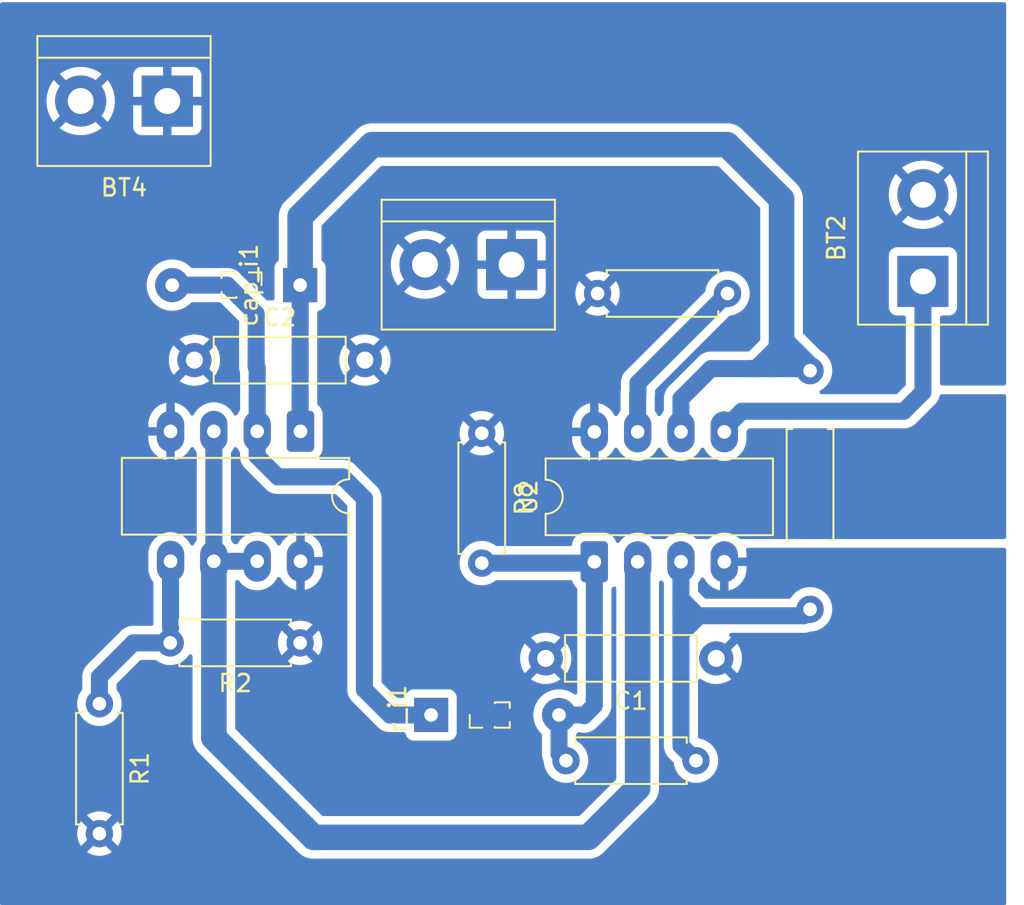
<source format=kicad_pcb>
(kicad_pcb (version 20241229) (generator "pcbnew") (generator_version "9.0")
  (layers (0 "F.Cu" signal) (2 "B.Cu" signal) (13 "F.Paste" user) (15 "B.Paste" user) (5 "F.SilkS" user "F.Silkscreen") (7 "B.SilkS" user "B.Silkscreen") (1 "F.Mask" user) (3 "B.Mask" user) (25 "Edge.Cuts" user))
  (net 0 "")
  (net 1 "Vref")
  (net 2 "GND")
  (net 3 "Net-(U1A--)")
  (net 4 "Net-(U2B--)")
  (net 5 "Bat")
  (net 6 "Net-(r_i1-Pin_2)")
  (net 7 "Net-(U2A-+)")
  (net 8 "Net-(salida1-Pin_2)")
  (net 9 "Net-(U1A-+)")
  (net 10 "Net-(U1B-+)")
  (footprint "Resistor_THT:R_Axial_DIN0207_L6.3mm_D2.5mm_P7.62mm_Horizontal" (layer "F.Cu") (at 173.25 67.29 -90)
    (property "Reference" "R8" (at 3.84 -2.48 90) (layer "F.SilkS"))
    (property "Value" "R" (hide yes))
    (fp_line (start 0.54 1.37) (end 7.08 1.37) (stroke (width 0.12)) (layer "F.SilkS"))
    (fp_line (start 7.08 1.37) (end 7.08 1.04) (stroke (width 0.12)) (layer "F.SilkS"))
    (fp_line (start 0.54 1.04) (end 0.54 1.37) (stroke (width 0.12)) (layer "F.SilkS"))
    (fp_line (start 0.54 -1.04) (end 0.54 -1.37) (stroke (width 0.12)) (layer "F.SilkS"))
    (fp_line (start 0.54 -1.37) (end 7.08 -1.37) (stroke (width 0.12)) (layer "F.SilkS"))
    (fp_line (start 7.08 -1.37) (end 7.08 -1.04) (stroke (width 0.12)) (layer "F.SilkS"))
    (pad "1" thru_hole circle (at 0 0 270) (size 1.6 1.6) (drill 0.8) (layers "*.Cu" "*.Mask") (net 5 "Bat"))
    (pad "2" thru_hole circle (at 7.62 0 270) (size 1.6 1.6) (drill 0.8) (layers "*.Cu" "*.Mask") (net 6 "Net-(r_i1-Pin_2)"))
  )
  (footprint "Resistor_THT:R_Axial_DIN0207_L6.3mm_D2.5mm_P7.62mm_Horizontal" (layer "F.Cu") (at 162.6 79.59 180)
    (property "Reference" "R2" (at 3.81 -2.37 0) (layer "F.SilkS"))
    (property "Value" "100k")
    (fp_line (start 7.08 1.37) (end 7.08 1.04) (stroke (width 0.12)) (layer "F.SilkS"))
    (fp_line (start 7.08 -1.37) (end 7.08 -1.04) (stroke (width 0.12)) (layer "F.SilkS"))
    (fp_line (start 0.54 1.37) (end 7.08 1.37) (stroke (width 0.12)) (layer "F.SilkS"))
    (fp_line (start 0.54 1.04) (end 0.54 1.37) (stroke (width 0.12)) (layer "F.SilkS"))
    (fp_line (start 0.54 -1.04) (end 0.54 -1.37) (stroke (width 0.12)) (layer "F.SilkS"))
    (fp_line (start 0.54 -1.37) (end 7.08 -1.37) (stroke (width 0.12)) (layer "F.SilkS"))
    (pad "1" thru_hole circle (at 0 0 180) (size 1.6 1.6) (drill 0.8) (layers "*.Cu" "*.Mask") (net 5 "Bat"))
    (pad "2" thru_hole circle (at 7.62 0 180) (size 1.6 1.6) (drill 0.8) (layers "*.Cu" "*.Mask") (net 10 "Net-(U1B-+)"))
  )
  (footprint "Package_DIP:CERDIP-8_W7.62mm_SideBrazed_LongPads" (layer "F.Cu") (at 162.62 67.18 -90)
    (property "Reference" "U1" (hide yes))
    (property "Value" "TL072")
    (fp_line (start 1.56 10.475) (end 6.06 10.475) (stroke (width 0.12)) (layer "F.SilkS"))
    (fp_line (start 6.06 10.475) (end 6.06 -2.855) (stroke (width 0.12)) (layer "F.SilkS"))
    (fp_line (start 1.56 -2.855) (end 1.56 10.475) (stroke (width 0.12)) (layer "F.SilkS"))
    (fp_line (start 2.81 -2.855) (end 1.56 -2.855) (stroke (width 0.12)) (layer "F.SilkS"))
    (fp_line (start 6.06 -2.855) (end 4.81 -2.855) (stroke (width 0.12)) (layer "F.SilkS"))
    (fp_arc (start 4.81 -2.855) (mid 3.81 -1.855) (end 2.81 -2.855) (stroke (width 0.12)) (layer "F.SilkS"))
    (pad "1" thru_hole roundrect (at 0 0 270) (size 2.4 1.6) (drill 0.8) (layers "*.Cu" "*.Mask") (roundrect_rratio 0.15625) (net 4 "Net-(U2B--)"))
    (pad "2" thru_hole oval (at 0 2.54 270) (size 2.4 1.6) (drill 0.8) (layers "*.Cu" "*.Mask") (net 3 "Net-(U1A--)"))
    (pad "3" thru_hole oval (at 0 5.08 270) (size 2.4 1.6) (drill 0.8) (layers "*.Cu" "*.Mask") (net 9 "Net-(U1A-+)"))
    (pad "4" thru_hole oval (at 0 7.62 270) (size 2.4 1.6) (drill 0.8) (layers "*.Cu" "*.Mask") (net 2 "GND"))
    (pad "5" thru_hole oval (at 7.62 7.62 270) (size 2.4 1.6) (drill 0.8) (layers "*.Cu" "*.Mask") (net 10 "Net-(U1B-+)"))
    (pad "6" thru_hole oval (at 7.62 5.08 270) (size 2.4 1.6) (drill 0.8) (layers "*.Cu" "*.Mask") (net 9 "Net-(U1A-+)"))
    (pad "7" thru_hole oval (at 7.62 2.54 270) (size 2.4 1.6) (drill 0.8) (layers "*.Cu" "*.Mask") (net 9 "Net-(U1A-+)"))
    (pad "8" thru_hole oval (at 7.62 0 270) (size 2.4 1.6) (drill 0.8) (layers "*.Cu" "*.Mask") (net 5 "Bat"))
  )
  (footprint "Resistor_THT:R_Axial_DIN0207_L6.3mm_D2.5mm_P7.62mm_Horizontal" (layer "F.Cu") (at 150.83 83.16 -90)
    (property "Reference" "R1" (at 3.81 -2.37 90) (layer "F.SilkS"))
    (property "Value" "R")
    (fp_line (start 0.54 1.37) (end 7.08 1.37) (stroke (width 0.12)) (layer "F.SilkS"))
    (fp_line (start 7.08 1.37) (end 7.08 1.04) (stroke (width 0.12)) (layer "F.SilkS"))
    (fp_line (start 0.54 1.04) (end 0.54 1.37) (stroke (width 0.12)) (layer "F.SilkS"))
    (fp_line (start 0.54 -1.04) (end 0.54 -1.37) (stroke (width 0.12)) (layer "F.SilkS"))
    (fp_line (start 0.54 -1.37) (end 7.08 -1.37) (stroke (width 0.12)) (layer "F.SilkS"))
    (fp_line (start 7.08 -1.37) (end 7.08 -1.04) (stroke (width 0.12)) (layer "F.SilkS"))
    (pad "1" thru_hole circle (at 0 0 270) (size 1.6 1.6) (drill 0.8) (layers "*.Cu" "*.Mask") (net 10 "Net-(U1B-+)"))
    (pad "2" thru_hole circle (at 7.62 0 270) (size 1.6 1.6) (drill 0.8) (layers "*.Cu" "*.Mask") (net 2 "GND"))
  )
  (footprint "TerminalBlock:TerminalBlock_bornier-2_P5.08mm" (layer "F.Cu") (at 154.81 47.8 180)
    (property "Reference" "BT4" (at 2.54 -5.08 0) (layer "F.SilkS"))
    (property "Value" "Battery")
    (fp_line (start 7.62 3.81) (end 7.62 -3.81) (stroke (width 0.12)) (layer "F.SilkS"))
    (fp_line (start 7.62 2.54) (end -2.54 2.54) (stroke (width 0.12)) (layer "F.SilkS"))
    (fp_line (start 7.62 -3.81) (end -2.54 -3.81) (stroke (width 0.12)) (layer "F.SilkS"))
    (fp_line (start -2.54 3.81) (end 7.62 3.81) (stroke (width 0.12)) (layer "F.SilkS"))
    (fp_line (start -2.54 -3.81) (end -2.54 3.81) (stroke (width 0.12)) (layer "F.SilkS"))
    (pad "1" thru_hole rect (at 0 0 180) (size 3 3) (drill 1.52) (layers "*.Cu" "*.Mask") (net 2 "GND"))
    (pad "2" thru_hole circle (at 5.08 0 180) (size 3 3) (drill 1.52) (layers "*.Cu" "*.Mask") (net 2 "GND"))
  )
  (footprint "Resistor_THT:R_Axial_DIN0207_L6.3mm_D2.5mm_P7.62mm_Horizontal" (layer "F.Cu") (at 185.81 86.5 180)
    (property "Reference" "R3" (hide yes))
    (property "Value" "50k" (hide yes))
    (fp_line (start 7.08 1.37) (end 7.08 1.04) (stroke (width 0.12)) (layer "F.SilkS"))
    (fp_line (start 7.08 -1.37) (end 7.08 -1.04) (stroke (width 0.12)) (layer "F.SilkS"))
    (fp_line (start 0.54 1.37) (end 7.08 1.37) (stroke (width 0.12)) (layer "F.SilkS"))
    (fp_line (start 0.54 1.04) (end 0.54 1.37) (stroke (width 0.12)) (layer "F.SilkS"))
    (fp_line (start 0.54 -1.04) (end 0.54 -1.37) (stroke (width 0.12)) (layer "F.SilkS"))
    (fp_line (start 0.54 -1.37) (end 7.08 -1.37) (stroke (width 0.12)) (layer "F.SilkS"))
    (pad "1" thru_hole circle (at 0 0 180) (size 1.6 1.6) (drill 0.8) (layers "*.Cu" "*.Mask") (net 7 "Net-(U2A-+)"))
    (pad "2" thru_hole circle (at 7.62 0 180) (size 1.6 1.6) (drill 0.8) (layers "*.Cu" "*.Mask") (net 6 "Net-(r_i1-Pin_2)"))
  )
  (footprint "TerminalBlock:TerminalBlock_bornier-2_P5.08mm" (layer "F.Cu") (at 199.12 58.38 90)
    (property "Reference" "BT2" (at 2.54 -5.08 90) (layer "F.SilkS"))
    (property "Value" "Battery")
    (fp_line (start 7.62 -3.81) (end -2.54 -3.81) (stroke (width 0.12)) (layer "F.SilkS"))
    (fp_line (start -2.54 -3.81) (end -2.54 3.81) (stroke (width 0.12)) (layer "F.SilkS"))
    (fp_line (start 7.62 2.54) (end -2.54 2.54) (stroke (width 0.12)) (layer "F.SilkS"))
    (fp_line (start 7.62 3.81) (end 7.62 -3.81) (stroke (width 0.12)) (layer "F.SilkS"))
    (fp_line (start -2.54 3.81) (end 7.62 3.81) (stroke (width 0.12)) (layer "F.SilkS"))
    (pad "1" thru_hole rect (at 0 0 90) (size 3 3) (drill 1.52) (layers "*.Cu" "*.Mask") (net 1 "Vref"))
    (pad "2" thru_hole circle (at 5.08 0 90) (size 3 3) (drill 1.52) (layers "*.Cu" "*.Mask") (net 2 "GND"))
  )
  (footprint "Resistor_THT:R_Axial_DIN0207_L6.3mm_D2.5mm_P7.62mm_Horizontal" (layer "F.Cu") (at 192.5 74.12 90)
    (property "Reference" "R4" (hide yes))
    (property "Value" "47k" (hide yes))
    (fp_line (start 7.08 -1.37) (end 7.08 -1.04) (stroke (width 0.12)) (layer "F.SilkS"))
    (fp_line (start 0.54 -1.37) (end 7.08 -1.37) (stroke (width 0.12)) (layer "F.SilkS"))
    (fp_line (start 0.54 -1.04) (end 0.54 -1.37) (stroke (width 0.12)) (layer "F.SilkS"))
    (fp_line (start 0.54 1.04) (end 0.54 1.37) (stroke (width 0.12)) (layer "F.SilkS"))
    (fp_line (start 7.08 1.37) (end 7.08 1.04) (stroke (width 0.12)) (layer "F.SilkS"))
    (fp_line (start 0.54 1.37) (end 7.08 1.37) (stroke (width 0.12)) (layer "F.SilkS"))
    (pad "1" thru_hole circle (at -3.5 0 90) (size 1.6 1.6) (drill 0.8) (layers "*.Cu" "*.Mask") (net 7 "Net-(U2A-+)"))
    (pad "2" thru_hole circle (at 10.5 0 90) (size 1.6 1.6) (drill 0.8) (layers "*.Cu" "*.Mask") (net 4 "Net-(U2B--)"))
  )
  (footprint "Package_DIP:CERDIP-8_W7.62mm_SideBrazed_LongPads" (layer "F.Cu") (at 179.85 74.83 90)
    (property "Reference" "U2" (at 3.81 -3.855 90) (layer "F.SilkS"))
    (property "Value" "LM393")
    (fp_line (start 6.06 -2.855) (end 4.81 -2.855) (stroke (width 0.12)) (layer "F.SilkS"))
    (fp_line (start 2.81 -2.855) (end 1.56 -2.855) (stroke (width 0.12)) (layer "F.SilkS"))
    (fp_line (start 1.56 -2.855) (end 1.56 10.475) (stroke (width 0.12)) (layer "F.SilkS"))
    (fp_line (start 6.06 10.475) (end 6.06 -2.855) (stroke (width 0.12)) (layer "F.SilkS"))
    (fp_line (start 1.56 10.475) (end 6.06 10.475) (stroke (width 0.12)) (layer "F.SilkS"))
    (fp_arc (start 4.81 -2.855) (mid 3.81 -1.855) (end 2.81 -2.855) (stroke (width 0.12)) (layer "F.SilkS"))
    (pad "1" thru_hole roundrect (at 0 0 90) (size 2.4 1.6) (drill 0.8) (layers "*.Cu" "*.Mask") (roundrect_rratio 0.15625) (net 6 "Net-(r_i1-Pin_2)"))
    (pad "2" thru_hole oval (at 0 2.54 90) (size 2.4 1.6) (drill 0.8) (layers "*.Cu" "*.Mask") (net 9 "Net-(U1A-+)"))
    (pad "3" thru_hole oval (at 0 5.08 90) (size 2.4 1.6) (drill 0.8) (layers "*.Cu" "*.Mask") (net 7 "Net-(U2A-+)"))
    (pad "4" thru_hole oval (at 0 7.62 90) (size 2.4 1.6) (drill 0.8) (layers "*.Cu" "*.Mask") (net 2 "GND"))
    (pad "5" thru_hole oval (at 7.62 7.62 90) (size 2.4 1.6) (drill 0.8) (layers "*.Cu" "*.Mask") (net 1 "Vref"))
    (pad "6" thru_hole oval (at 7.62 5.08 90) (size 2.4 1.6) (drill 0.8) (layers "*.Cu" "*.Mask") (net 4 "Net-(U2B--)"))
    (pad "7" thru_hole oval (at 7.62 2.54 90) (size 2.4 1.6) (drill 0.8) (layers "*.Cu" "*.Mask") (net 8 "Net-(salida1-Pin_2)"))
    (pad "8" thru_hole oval (at 7.62 0 90) (size 2.4 1.6) (drill 0.8) (layers "*.Cu" "*.Mask") (net 5 "Bat"))
  )
  (footprint "TerminalBlock:TerminalBlock_bornier-2_P5.08mm" (layer "F.Cu") (at 175 57.4 180)
    (property "Reference" "BT3" (hide yes))
    (property "Value" "Battery")
    (fp_line (start 7.62 3.81) (end 7.62 -3.81) (stroke (width 0.12)) (layer "F.SilkS"))
    (fp_line (start 7.62 2.54) (end -2.54 2.54) (stroke (width 0.12)) (layer "F.SilkS"))
    (fp_line (start 7.62 -3.81) (end -2.54 -3.81) (stroke (width 0.12)) (layer "F.SilkS"))
    (fp_line (start -2.54 3.81) (end 7.62 3.81) (stroke (width 0.12)) (layer "F.SilkS"))
    (fp_line (start -2.54 -3.81) (end -2.54 3.81) (stroke (width 0.12)) (layer "F.SilkS"))
    (pad "1" thru_hole rect (at 0 0 180) (size 3 3) (drill 1.52) (layers "*.Cu" "*.Mask") (net 5 "Bat"))
    (pad "2" thru_hole circle (at 5.08 0 180) (size 3 3) (drill 1.52) (layers "*.Cu" "*.Mask") (net 5 "Bat"))
  )
  (footprint "Capacitor_THT:C_Disc_D7.5mm_W2.5mm_P5.00mm" (layer "F.Cu") (at 158.9 63)
    (property "Reference" "C2" (at 2.5 -2.5 0) (layer "F.SilkS"))
    (property "Value" "C")
    (fp_line (start -1.37 -1.37) (end -1.37 1.37) (stroke (width 0.12)) (layer "F.SilkS"))
    (fp_line (start -1.37 -1.37) (end 6.37 -1.37) (stroke (width 0.12)) (layer "F.SilkS"))
    (fp_line (start -1.37 1.37) (end 6.37 1.37) (stroke (width 0.12)) (layer "F.SilkS"))
    (fp_line (start 6.37 -1.37) (end 6.37 1.37) (stroke (width 0.12)) (layer "F.SilkS"))
    (pad "1" thru_hole circle (at -2.5 0) (size 2 2) (drill 1) (layers "*.Cu" "*.Mask") (net 2 "GND"))
    (pad "2" thru_hole circle (at 7.5 0) (size 2 2) (drill 1) (layers "*.Cu" "*.Mask") (net 5 "Bat"))
  )
  (footprint "Connector_PinHeader_1.00mm:PinHeader_1x02_P1.00mm_Vertical" (layer "F.Cu") (at 173.28 83.82 90)
    (property "Reference" "r_i1" (at 0.36 -4.98 90) (layer "F.SilkS"))
    (property "Value" "Conn_01x02_Pin")
    (fp_line (start -0.745 -0.735) (end 0 -0.735) (stroke (width 0.12)) (layer "F.SilkS"))
    (fp_line (start -0.745 0) (end -0.745 -0.735) (stroke (width 0.12)) (layer "F.SilkS"))
    (fp_line (start 0.745 0.735) (end 0.745 1.61) (stroke (width 0.12)) (layer "F.SilkS"))
    (fp_line (start 0.685565 0.735) (end 0.745 0.735) (stroke (width 0.12)) (layer "F.SilkS"))
    (fp_line (start -0.745 0.735) (end -0.685565 0.735) (stroke (width 0.12)) (layer "F.SilkS"))
    (fp_line (start -0.745 0.735) (end -0.745 1.61) (stroke (width 0.12)) (layer "F.SilkS"))
    (fp_line (start 0.41003 1.61) (end 0.745 1.61) (stroke (width 0.12)) (layer "F.SilkS"))
    (fp_line (start -0.745 1.61) (end -0.41003 1.61) (stroke (width 0.12)) (layer "F.SilkS"))
    (pad "1" thru_hole rect (at 0 -3 90) (size 2 2) (drill 0.8) (layers "*.Cu" "*.Mask" "Eco2.User") (net 3 "Net-(U1A--)"))
    (pad "2" thru_hole circle (at 0 4.5 90) (size 2 2) (drill 0.8) (layers "*.Cu" "*.Mask") (net 6 "Net-(r_i1-Pin_2)"))
  )
  (footprint "Capacitor_THT:C_Disc_D7.5mm_W2.5mm_P5.00mm" (layer "F.Cu") (at 184.5 80.5 180)
    (property "Reference" "C1" (at 2.5 -2.5 0) (layer "F.SilkS"))
    (property "Value" "C")
    (fp_line (start 6.37 -1.37) (end 6.37 1.37) (stroke (width 0.12)) (layer "F.SilkS"))
    (fp_line (start -1.37 1.37) (end 6.37 1.37) (stroke (width 0.12)) (layer "F.SilkS"))
    (fp_line (start -1.37 -1.37) (end 6.37 -1.37) (stroke (width 0.12)) (layer "F.SilkS"))
    (fp_line (start -1.37 -1.37) (end -1.37 1.37) (stroke (width 0.12)) (layer "F.SilkS"))
    (pad "1" thru_hole circle (at -2.5 0 180) (size 2 2) (drill 1) (layers "*.Cu" "*.Mask") (net 2 "GND"))
    (pad "2" thru_hole circle (at 7.5 0 180) (size 2 2) (drill 1) (layers "*.Cu" "*.Mask") (net 5 "Bat"))
  )
  (footprint "Resistor_THT:R_Axial_DIN0207_L6.3mm_D2.5mm_P7.62mm_Horizontal" (layer "F.Cu") (at 187.66 59.09 180)
    (property "Reference" "R6" (hide yes))
    (property "Value" "1k")
    (fp_line (start 7.08 1.37) (end 7.08 1.04) (stroke (width 0.12)) (layer "F.SilkS"))
    (fp_line (start 7.08 -1.37) (end 7.08 -1.04) (stroke (width 0.12)) (layer "F.SilkS"))
    (fp_line (start 0.54 1.37) (end 7.08 1.37) (stroke (width 0.12)) (layer "F.SilkS"))
    (fp_line (start 0.54 1.04) (end 0.54 1.37) (stroke (width 0.12)) (layer "F.SilkS"))
    (fp_line (start 0.54 -1.04) (end 0.54 -1.37) (stroke (width 0.12)) (layer "F.SilkS"))
    (fp_line (start 0.54 -1.37) (end 7.08 -1.37) (stroke (width 0.12)) (layer "F.SilkS"))
    (pad "1" thru_hole circle (at 0 0 180) (size 1.6 1.6) (drill 0.8) (layers "*.Cu" "*.Mask") (net 8 "Net-(salida1-Pin_2)"))
    (pad "2" thru_hole circle (at 7.62 0 180) (size 1.6 1.6) (drill 0.8) (layers "*.Cu" "*.Mask") (net 5 "Bat"))
  )
  (footprint "Connector_PinHeader_1.00mm:PinHeader_1x02_P1.00mm_Vertical" (layer "F.Cu") (at 159.6 58.6 -90)
    (property "Reference" "cap_i1" (at 0 0 90) (layer "F.SilkS"))
    (property "Value" "Conn_01x02_Pin")
    (fp_line (start -0.745 1.61) (end -0.41003 1.61) (stroke (width 0.12)) (layer "F.SilkS"))
    (fp_line (start 0.41003 1.61) (end 0.745 1.61) (stroke (width 0.12)) (layer "F.SilkS"))
    (fp_line (start -0.745 0.735) (end -0.745 1.61) (stroke (width 0.12)) (layer "F.SilkS"))
    (fp_line (start -0.745 0.735) (end -0.685565 0.735) (stroke (width 0.12)) (layer "F.SilkS"))
    (fp_line (start 0.685565 0.735) (end 0.745 0.735) (stroke (width 0.12)) (layer "F.SilkS"))
    (fp_line (start 0.745 0.735) (end 0.745 1.61) (stroke (width 0.12)) (layer "F.SilkS"))
    (fp_line (start -0.745 0) (end -0.745 -0.735) (stroke (width 0.12)) (layer "F.SilkS"))
    (fp_line (start -0.745 -0.735) (end 0 -0.735) (stroke (width 0.12)) (layer "F.SilkS"))
    (pad "1" thru_hole rect (at 0 -3 270) (size 2 2) (drill 0.8) (layers "*.Cu" "*.Mask") (net 4 "Net-(U2B--)"))
    (pad "2" thru_hole circle (at 0 4.5 270) (size 2 2) (drill 0.8) (layers "*.Cu" "*.Mask") (net 3 "Net-(U1A--)"))
  )
  (segment (start 198 66) (end 199.12 64.88) (width 1) (layer "B.Cu") (net 1))
  (segment (start 187.47 67.03) (end 188.5 66) (width 1) (layer "B.Cu") (net 1))
  (segment (start 188.5 66) (end 198 66) (width 1) (layer "B.Cu") (net 1))
  (segment (start 187.47 67.21) (end 187.47 67.03) (width 1) (layer "B.Cu") (net 1))
  (segment (start 199.12 64.88) (end 199.12 58.38) (width 1) (layer "B.Cu") (net 1))
  (segment (start 160.02 60.29) (end 160.02 63.38) (width 1) (layer "B.Cu") (net 3))
  (segment (start 167.86 83.82) (end 166.37 82.33) (width 1) (layer "B.Cu") (net 3))
  (segment (start 161.29 69.85) (end 160.08 68.64) (width 1) (layer "B.Cu") (net 3))
  (segment (start 160.02 63.38) (end 160.08 63.44) (width 1) (layer "B.Cu") (net 3))
  (segment (start 170.28 83.82) (end 167.86 83.82) (width 1) (layer "B.Cu") (net 3))
  (segment (start 160.08 68.64) (end 160.08 67.18) (width 1) (layer "B.Cu") (net 3))
  (segment (start 165.1 69.85) (end 161.29 69.85) (width 1) (layer "B.Cu") (net 3))
  (segment (start 158.33 58.6) (end 160.02 60.29) (width 1) (layer "B.Cu") (net 3))
  (segment (start 155.1 58.6) (end 158.33 58.6) (width 1) (layer "B.Cu") (net 3))
  (segment (start 166.37 82.33) (end 166.37 71.12) (width 1) (layer "B.Cu") (net 3))
  (segment (start 160.08 63.44) (end 160.08 67.18) (width 1) (layer "B.Cu") (net 3))
  (segment (start 166.37 71.12) (end 165.1 69.85) (width 1) (layer "B.Cu") (net 3))
  (segment (start 186.69 63.5) (end 189 63.5) (width 1) (layer "B.Cu") (net 4))
  (segment (start 192.38 63.5) (end 192.5 63.62) (width 1) (layer "B.Cu") (net 4))
  (segment (start 190.83 62) (end 190.83 53.55) (width 1.5) (layer "B.Cu") (net 4))
  (segment (start 166.82 50.36) (end 162.6 54.58) (width 1.5) (layer "B.Cu") (net 4))
  (segment (start 184.93 65.26) (end 186.69 63.5) (width 1) (layer "B.Cu") (net 4))
  (segment (start 187.64 50.36) (end 166.82 50.36) (width 1.5) (layer "B.Cu") (net 4))
  (segment (start 191.34 63.5) (end 192.38 63.5) (width 1) (layer "B.Cu") (net 4))
  (segment (start 162.66 67.14) (end 162.62 67.18) (width 1) (layer "B.Cu") (net 4))
  (segment (start 189 63.5) (end 190.32 63.5) (width 1) (layer "B.Cu") (net 4))
  (segment (start 190.83 62.99) (end 190.32 63.5) (width 1) (layer "B.Cu") (net 4))
  (segment (start 190.83 62.99) (end 190.83 62) (width 1.5) (layer "B.Cu") (net 4))
  (segment (start 190.32 63.5) (end 190.41 63.41) (width 1) (layer "B.Cu") (net 4))
  (segment (start 189 63.5) (end 189.33 63.5) (width 1) (layer "B.Cu") (net 4))
  (segment (start 190.88 62) (end 192.5 63.62) (width 1.5) (layer "B.Cu") (net 4))
  (segment (start 191.34 63.5) (end 190.83 62.99) (width 1) (layer "B.Cu") (net 4))
  (segment (start 190.32 63.5) (end 191.34 63.5) (width 1) (layer "B.Cu") (net 4))
  (segment (start 190.83 53.55) (end 187.64 50.36) (width 1.5) (layer "B.Cu") (net 4))
  (segment (start 162.6 58.6) (end 162.6 67.16) (width 1) (layer "B.Cu") (net 4))
  (segment (start 190.83 62) (end 190.88 62) (width 1.5) (layer "B.Cu") (net 4))
  (segment (start 162.6 54.58) (end 162.6 58.6) (width 1.5) (layer "B.Cu") (net 4))
  (segment (start 162.6 67.16) (end 162.62 67.18) (width 1) (layer "B.Cu") (net 4))
  (segment (start 184.93 67.21) (end 184.93 65.26) (width 1) (layer "B.Cu") (net 4))
  (segment (start 189.33 63.5) (end 190.83 62) (width 1) (layer "B.Cu") (net 4))
  (segment (start 179.21 83.82) (end 179.25 83.86) (width 1) (layer "B.Cu") (net 6))
  (segment (start 173.25 74.91) (end 179.77 74.91) (width 1) (layer "B.Cu") (net 6))
  (segment (start 177.78 83.82) (end 179.21 83.82) (width 1) (layer "B.Cu") (net 6))
  (segment (start 177.78 86.09) (end 178.19 86.5) (width 1) (layer "B.Cu") (net 6))
  (segment (start 179.85 83.26) (end 179.85 74.83) (width 1) (layer "B.Cu") (net 6))
  (segment (start 177.78 83.82) (end 177.78 86.09) (width 1) (layer "B.Cu") (net 6))
  (segment (start 179.25 83.86) (end 179.85 83.26) (width 1) (layer "B.Cu") (net 6))
  (segment (start 185.5 78.499) (end 185.999 78) (width 1) (layer "B.Cu") (net 7))
  (segment (start 185.999 78) (end 192.12 78) (width 1) (layer "B.Cu") (net 7))
  (segment (start 184.931 78.499) (end 185.5 78.499) (width 1) (layer "B.Cu") (net 7))
  (segment (start 184.93 79.069) (end 185.5 78.499) (width 1) (layer "B.Cu") (net 7))
  (segment (start 184.93 77.929) (end 185.5 78.499) (width 1) (layer "B.Cu") (net 7))
  (segment (start 184.93 78.5) (end 184.93 79.5) (width 1) (layer "B.Cu") (net 7))
  (segment (start 184.93 77) (end 184.93 77.5) (width 1) (layer "B.Cu") (net 7))
  (segment (start 184.93 78.5) (end 184.931 78.499) (width 1) (layer "B.Cu") (net 7))
  (segment (start 184.93 74.83) (end 184.93 77) (width 1) (layer "B.Cu") (net 7))
  (segment (start 184.93 85.62) (end 185.81 86.5) (width 1) (layer "B.Cu") (net 7))
  (segment (start 185.93 78) (end 184.93 77) (width 1) (layer "B.Cu") (net 7))
  (segment (start 184.93 77.5) (end 184.93 78.5) (width 1) (layer "B.Cu") (net 7))
  (segment (start 184.93 77.5) (end 184.93 77.929) (width 1) (layer "B.Cu") (net 7))
  (segment (start 185.999 78) (end 185.93 78) (width 1) (layer "B.Cu") (net 7))
  (segment (start 184.93 79.5) (end 184.93 85.62) (width 1) (layer "B.Cu") (net 7))
  (segment (start 184.93 79.5) (end 184.93 79.069) (width 1) (layer "B.Cu") (net 7))
  (segment (start 192.12 78) (end 192.5 77.62) (width 1) (layer "B.Cu") (net 7))
  (segment (start 182.41 64.34) (end 182.41 64.93) (width 1) (layer "B.Cu") (net 8))
  (segment (start 182.39 64.95) (end 182.39 67.21) (width 1) (layer "B.Cu") (net 8))
  (segment (start 182.41 64.93) (end 182.39 64.95) (width 1) (layer "B.Cu") (net 8))
  (segment (start 187.66 59.09) (end 182.41 64.34) (width 1) (layer "B.Cu") (net 8))
  (segment (start 157.54 74.8) (end 157.54 85.15) (width 1.5) (layer "B.Cu") (net 9))
  (segment (start 182.39 88.11) (end 182.39 74.83) (width 1.5) (layer "B.Cu") (net 9))
  (segment (start 179.5 91) (end 182.39 88.11) (width 1.5) (layer "B.Cu") (net 9))
  (segment (start 163.39 91) (end 179.5 91) (width 1.5) (layer "B.Cu") (net 9))
  (segment (start 157.54 74.8) (end 160.08 74.8) (width 1) (layer "B.Cu") (net 9))
  (segment (start 157.54 85.15) (end 163.39 91) (width 1.5) (layer "B.Cu") (net 9))
  (segment (start 157.54 67.18) (end 157.54 74.8) (width 1) (layer "B.Cu") (net 9))
  (segment (start 150.83 83.16) (end 150.83 81.58) (width 1) (layer "B.Cu") (net 10))
  (segment (start 154.98 79.59) (end 152.82 79.59) (width 1) (layer "B.Cu") (net 10))
  (segment (start 155 74.8) (end 155 78.74) (width 1) (layer "B.Cu") (net 10))
  (segment (start 150.83 81.58) (end 152.82 79.59) (width 1) (layer "B.Cu") (net 10))
  (zone (net 2) (net_name "GND") (layer "B.Cu") (connect_pads (clearance 0.5)) (min_thickness 0.25) (fill yes (thermal_gap 0.5) (thermal_bridge_width 0.5))
    (polygon (pts (xy 145 95) (xy 145 42) (xy 204 42) (xy 204 65) (xy 195.5 65) (xy 194 65) (xy 191.5 65) (xy 191 53.5) (xy 187.64 50.36) (xy 167 50.5) (xy 162.5 54.5) (xy 162.5 57) (xy 161.5 57) (xy 161.5 59.5) (xy 160 59.5) (xy 160 67) (xy 157.5 67) (xy 157.54 85.15) (xy 163.39 91) (xy 180 91) (xy 182.5 88) (xy 182.5 73.5) (xy 195 73.5) (xy 195 73.5) (xy 204 73.5) (xy 204 95)))
  )
  (zone (net 5) (net_name "Bat") (layer "B.Cu") (priority 1) (connect_pads (clearance 0.5)) (min_thickness 0.25) (fill yes (thermal_gap 0.5) (thermal_bridge_width 0.5))
    (polygon (pts (xy 204 65) (xy 190.479166 65) (xy 190 53.5) (xy 187 50.5) (xy 166.5 50.5) (xy 162.5 54.5) (xy 162.5 61) (xy 159.5 60.5) (xy 160 67) (xy 157.5 67) (xy 157.5 74.5) (xy 155 74.5) (xy 155 79.5) (xy 157.5 79.5) (xy 157.5 85.5) (xy 163 91) (xy 179.5 91) (xy 182.5 88) (xy 182.5 73.5) (xy 204 73.5)))
  )
)
</source>
